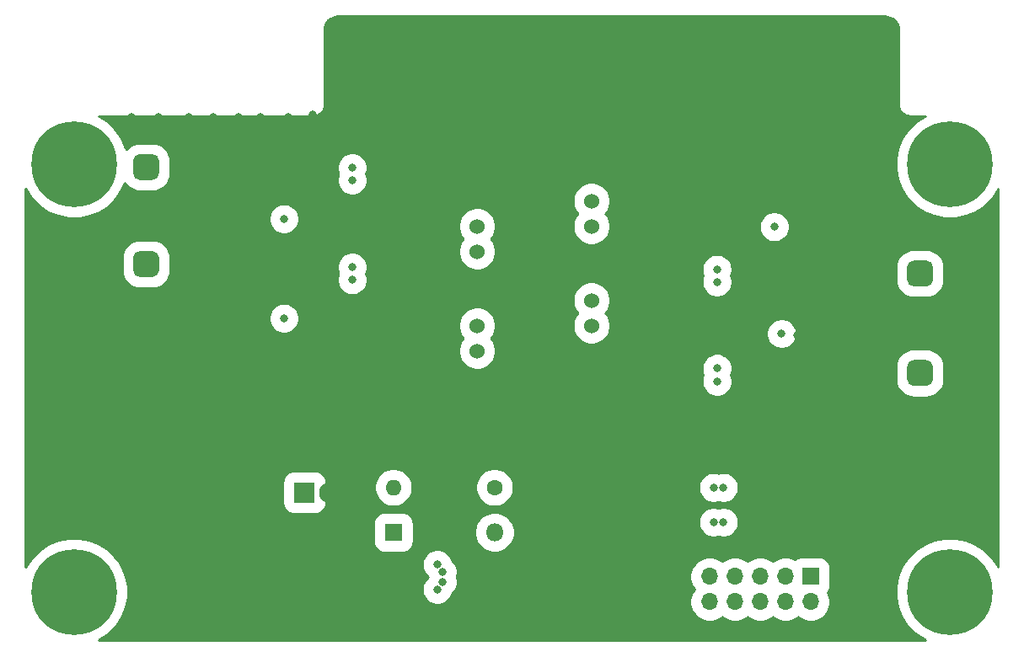
<source format=gbr>
G04 #@! TF.GenerationSoftware,KiCad,Pcbnew,5.1.6-c6e7f7d~87~ubuntu18.04.1*
G04 #@! TF.CreationDate,2021-01-06T14:43:31+00:00*
G04 #@! TF.ProjectId,multi-smtpa,6d756c74-692d-4736-9d74-70612e6b6963,rev?*
G04 #@! TF.SameCoordinates,Original*
G04 #@! TF.FileFunction,Copper,L2,Inr*
G04 #@! TF.FilePolarity,Positive*
%FSLAX46Y46*%
G04 Gerber Fmt 4.6, Leading zero omitted, Abs format (unit mm)*
G04 Created by KiCad (PCBNEW 5.1.6-c6e7f7d~87~ubuntu18.04.1) date 2021-01-06 14:43:31*
%MOMM*%
%LPD*%
G01*
G04 APERTURE LIST*
G04 #@! TA.AperFunction,ViaPad*
%ADD10C,1.524000*%
G04 #@! TD*
G04 #@! TA.AperFunction,ViaPad*
%ADD11O,1.700000X1.700000*%
G04 #@! TD*
G04 #@! TA.AperFunction,ViaPad*
%ADD12R,1.700000X1.700000*%
G04 #@! TD*
G04 #@! TA.AperFunction,ViaPad*
%ADD13O,1.600000X1.600000*%
G04 #@! TD*
G04 #@! TA.AperFunction,ViaPad*
%ADD14C,1.600000*%
G04 #@! TD*
G04 #@! TA.AperFunction,ViaPad*
%ADD15C,2.600000*%
G04 #@! TD*
G04 #@! TA.AperFunction,ViaPad*
%ADD16C,0.900000*%
G04 #@! TD*
G04 #@! TA.AperFunction,ViaPad*
%ADD17C,8.600000*%
G04 #@! TD*
G04 #@! TA.AperFunction,ViaPad*
%ADD18C,2.100000*%
G04 #@! TD*
G04 #@! TA.AperFunction,ViaPad*
%ADD19R,2.100000X2.100000*%
G04 #@! TD*
G04 #@! TA.AperFunction,ViaPad*
%ADD20O,1.800000X1.800000*%
G04 #@! TD*
G04 #@! TA.AperFunction,ViaPad*
%ADD21R,1.800000X1.800000*%
G04 #@! TD*
G04 #@! TA.AperFunction,ViaPad*
%ADD22C,0.800000*%
G04 #@! TD*
G04 #@! TA.AperFunction,Conductor*
%ADD23C,0.254000*%
G04 #@! TD*
G04 APERTURE END LIST*
D10*
X158000000Y-69710000D03*
X158000000Y-72250000D03*
X168000000Y-69710000D03*
X168000000Y-72250000D03*
X168000000Y-74790000D03*
X146500000Y-74790000D03*
X146500000Y-72250000D03*
X136500000Y-74790000D03*
X136500000Y-72250000D03*
X136500000Y-69710000D03*
X146500000Y-64790000D03*
X146500000Y-62250000D03*
X136500000Y-64790000D03*
X136500000Y-62250000D03*
X136500000Y-59710000D03*
X158000000Y-59710000D03*
X158000000Y-62250000D03*
X168000000Y-59710000D03*
X168000000Y-62250000D03*
X168000000Y-64790000D03*
D11*
X169840000Y-100000000D03*
X169840000Y-97460000D03*
X172380000Y-100000000D03*
X172380000Y-97460000D03*
X174920000Y-100000000D03*
X174920000Y-97460000D03*
X177460000Y-100000000D03*
X177460000Y-97460000D03*
X180000000Y-100000000D03*
D12*
X180000000Y-97460000D03*
D13*
X138090000Y-88500000D03*
D14*
X148250000Y-88500000D03*
G04 #@! TA.AperFunction,ViaPad*
G36*
G01*
X190350000Y-65700000D02*
X191650000Y-65700000D01*
G75*
G02*
X192300000Y-66350000I0J-650000D01*
G01*
X192300000Y-67650000D01*
G75*
G02*
X191650000Y-68300000I-650000J0D01*
G01*
X190350000Y-68300000D01*
G75*
G02*
X189700000Y-67650000I0J650000D01*
G01*
X189700000Y-66350000D01*
G75*
G02*
X190350000Y-65700000I650000J0D01*
G01*
G37*
G04 #@! TD.AperFunction*
D15*
X191000000Y-72080000D03*
G04 #@! TA.AperFunction,ViaPad*
G36*
G01*
X190350000Y-75700000D02*
X191650000Y-75700000D01*
G75*
G02*
X192300000Y-76350000I0J-650000D01*
G01*
X192300000Y-77650000D01*
G75*
G02*
X191650000Y-78300000I-650000J0D01*
G01*
X190350000Y-78300000D01*
G75*
G02*
X189700000Y-77650000I0J650000D01*
G01*
X189700000Y-76350000D01*
G75*
G02*
X190350000Y-75700000I650000J0D01*
G01*
G37*
G04 #@! TD.AperFunction*
X191000000Y-82080000D03*
G04 #@! TA.AperFunction,ViaPad*
G36*
G01*
X112600000Y-64750000D02*
X113900000Y-64750000D01*
G75*
G02*
X114550000Y-65400000I0J-650000D01*
G01*
X114550000Y-66700000D01*
G75*
G02*
X113900000Y-67350000I-650000J0D01*
G01*
X112600000Y-67350000D01*
G75*
G02*
X111950000Y-66700000I0J650000D01*
G01*
X111950000Y-65400000D01*
G75*
G02*
X112600000Y-64750000I650000J0D01*
G01*
G37*
G04 #@! TD.AperFunction*
X113250000Y-71130000D03*
G04 #@! TA.AperFunction,ViaPad*
G36*
G01*
X112600000Y-55000000D02*
X113900000Y-55000000D01*
G75*
G02*
X114550000Y-55650000I0J-650000D01*
G01*
X114550000Y-56950000D01*
G75*
G02*
X113900000Y-57600000I-650000J0D01*
G01*
X112600000Y-57600000D01*
G75*
G02*
X111950000Y-56950000I0J650000D01*
G01*
X111950000Y-55650000D01*
G75*
G02*
X112600000Y-55000000I650000J0D01*
G01*
G37*
G04 #@! TD.AperFunction*
X113250000Y-61380000D03*
D16*
X108280419Y-53719581D03*
X106000000Y-52775000D03*
X103719581Y-53719581D03*
X102775000Y-56000000D03*
X103719581Y-58280419D03*
X106000000Y-59225000D03*
X108280419Y-58280419D03*
X109225000Y-56000000D03*
D17*
X106000000Y-56000000D03*
D16*
X196280419Y-53719581D03*
X194000000Y-52775000D03*
X191719581Y-53719581D03*
X190775000Y-56000000D03*
X191719581Y-58280419D03*
X194000000Y-59225000D03*
X196280419Y-58280419D03*
X197225000Y-56000000D03*
D17*
X194000000Y-56000000D03*
D16*
X108280419Y-96719581D03*
X106000000Y-95775000D03*
X103719581Y-96719581D03*
X102775000Y-99000000D03*
X103719581Y-101280419D03*
X106000000Y-102225000D03*
X108280419Y-101280419D03*
X109225000Y-99000000D03*
D17*
X106000000Y-99000000D03*
D16*
X196280419Y-96719581D03*
X194000000Y-95775000D03*
X191719581Y-96719581D03*
X190775000Y-99000000D03*
X191719581Y-101280419D03*
X194000000Y-102225000D03*
X196280419Y-101280419D03*
X197225000Y-99000000D03*
D17*
X194000000Y-99000000D03*
D18*
X131690000Y-89000000D03*
D19*
X129150000Y-89000000D03*
D20*
X148250000Y-93000000D03*
D21*
X138090000Y-93000000D03*
D22*
X184750000Y-44750000D03*
X183500000Y-83000000D03*
X186000000Y-84000000D03*
X152500000Y-80500000D03*
X155250000Y-82750000D03*
X158000000Y-82250000D03*
X173500000Y-83000000D03*
X181000000Y-84000000D03*
X178500000Y-83000000D03*
X171000000Y-84000000D03*
X168500000Y-83000000D03*
X163500000Y-83000000D03*
X176000000Y-84000000D03*
X166000000Y-84000000D03*
X161000000Y-84000000D03*
X130500000Y-70300000D03*
X173700000Y-74250000D03*
X178700000Y-73200000D03*
X172950000Y-63500000D03*
X178700000Y-63200000D03*
X151000000Y-66750000D03*
X151000000Y-76750000D03*
X153500000Y-67750000D03*
X153500000Y-57750000D03*
X147500000Y-58500000D03*
X142000000Y-57500000D03*
X157000000Y-66000000D03*
X162500000Y-66750000D03*
X157000000Y-76000000D03*
X162500000Y-76750000D03*
X142000000Y-67500000D03*
X147500000Y-68500000D03*
X152500000Y-95000000D03*
X142750000Y-63000000D03*
X142750000Y-62000000D03*
X142750000Y-72000000D03*
X142750000Y-73000000D03*
X161750000Y-72300000D03*
X161750000Y-71300000D03*
X161750000Y-62500000D03*
X161750000Y-61500000D03*
X130500000Y-60300000D03*
X140150000Y-63600000D03*
X140150000Y-73600000D03*
X164350000Y-70700000D03*
X164350000Y-60900000D03*
X166750000Y-61000000D03*
X169250000Y-61000000D03*
X166750000Y-63500000D03*
X169250000Y-63500000D03*
X169250000Y-73500000D03*
X169250000Y-71000000D03*
X166750000Y-71000000D03*
X166750000Y-73500000D03*
X135250000Y-71000000D03*
X135250000Y-73500000D03*
X137750000Y-73500000D03*
X137750000Y-71000000D03*
X135250000Y-61000000D03*
X135250000Y-63500000D03*
X137750000Y-63500000D03*
X137750000Y-61000000D03*
X156500000Y-45750000D03*
X148000000Y-45750000D03*
X132647619Y-43485000D03*
X134647619Y-45485000D03*
X136647619Y-43485000D03*
X136647619Y-47485000D03*
X138647619Y-45485000D03*
X138647619Y-49485000D03*
X140647619Y-43485000D03*
X140647619Y-47485000D03*
X140647619Y-51485000D03*
X142647619Y-45485000D03*
X142647619Y-49485000D03*
X142647619Y-53485000D03*
X144647619Y-43485000D03*
X144647619Y-47485000D03*
X144647619Y-51485000D03*
X146647619Y-49485000D03*
X146647619Y-53485000D03*
X148647619Y-51485000D03*
X156647619Y-48485000D03*
X159647619Y-43485000D03*
X159647619Y-47485000D03*
X161000000Y-45485000D03*
X162647619Y-48485000D03*
X163647619Y-43485000D03*
X164647619Y-46485000D03*
X166647619Y-48485000D03*
X168647619Y-46485000D03*
X170647619Y-48485000D03*
X176000000Y-48000000D03*
X173647619Y-47485000D03*
X173000000Y-49000000D03*
X182647619Y-49485000D03*
X183647619Y-46485000D03*
X185647619Y-48485000D03*
X186647619Y-43485000D03*
X186000000Y-55000000D03*
X188000000Y-52000000D03*
X150000000Y-55000000D03*
X140000000Y-54000000D03*
X136000000Y-50000000D03*
X133000000Y-47000000D03*
X138000000Y-52000000D03*
X112500000Y-80000000D03*
X115000000Y-81000000D03*
X117500000Y-80000000D03*
X120000000Y-81000000D03*
X122500000Y-80000000D03*
X125000000Y-81000000D03*
X127500000Y-80000000D03*
X130000000Y-81000000D03*
X132500000Y-80000000D03*
X135000000Y-81000000D03*
X137500000Y-80000000D03*
X140000000Y-81000000D03*
X142500000Y-80000000D03*
X145000000Y-81000000D03*
X147500000Y-80000000D03*
X150000000Y-81250000D03*
X180500000Y-51500000D03*
X181500000Y-55000000D03*
X178250000Y-55000000D03*
X176750000Y-53500000D03*
X173500000Y-53750000D03*
X175250000Y-55250000D03*
X171750000Y-55000000D03*
X170500000Y-53750000D03*
X168250000Y-55000000D03*
X166250000Y-53750000D03*
X163250000Y-55000000D03*
X161750000Y-53750000D03*
X159750000Y-55000000D03*
X157750000Y-53750000D03*
X156750000Y-55000000D03*
X154250000Y-54750000D03*
X155000000Y-53500000D03*
X141750000Y-55000000D03*
X148500000Y-55250000D03*
X144750000Y-54500000D03*
X155250000Y-42750000D03*
X154750000Y-47500000D03*
X167250000Y-43500000D03*
X171750000Y-43750000D03*
X174750000Y-45000000D03*
X187750000Y-47250000D03*
X111750000Y-51250000D03*
X114500000Y-51250000D03*
X117500000Y-51250000D03*
X120000000Y-51250000D03*
X122500000Y-51250000D03*
X124750000Y-51250000D03*
X127500000Y-51250000D03*
X130000000Y-51000000D03*
X131500000Y-49500000D03*
X109250000Y-61500000D03*
X108750000Y-63500000D03*
X109250000Y-65500000D03*
X108750000Y-67500000D03*
X109250000Y-69250000D03*
X108750000Y-71000000D03*
X109250000Y-72750000D03*
X108750000Y-74750000D03*
X109500000Y-76750000D03*
X108750000Y-78750000D03*
X110500000Y-80000000D03*
X109000000Y-81250000D03*
X112000000Y-81500000D03*
X125000000Y-72500000D03*
X125000000Y-62500000D03*
X175500000Y-45500000D03*
X127100000Y-71500000D03*
X177100000Y-73050000D03*
X176350000Y-62300000D03*
X127100000Y-61500000D03*
X142500000Y-96250000D03*
X143000000Y-97000000D03*
X143000000Y-98000000D03*
X142500000Y-98750000D03*
X133955900Y-66371500D03*
X133955900Y-67641500D03*
X170594100Y-67838700D03*
X170594100Y-66568700D03*
X133955900Y-56363900D03*
X133955900Y-57621200D03*
X170606800Y-77846300D03*
X170606800Y-76550900D03*
X170250000Y-92000000D03*
X170250000Y-88500000D03*
X171250000Y-88500000D03*
X171250000Y-92000000D03*
D23*
G36*
X187760754Y-41183091D02*
G01*
X188011578Y-41258820D01*
X188242915Y-41381824D01*
X188445956Y-41547420D01*
X188612964Y-41749298D01*
X188737578Y-41979768D01*
X188815056Y-42230059D01*
X188848000Y-42543499D01*
X188848001Y-49943395D01*
X188842426Y-50000000D01*
X188864668Y-50225831D01*
X188930541Y-50442984D01*
X189037512Y-50643114D01*
X189181472Y-50818528D01*
X189356886Y-50962488D01*
X189557016Y-51069459D01*
X189774169Y-51135332D01*
X189943405Y-51152000D01*
X190000000Y-51157574D01*
X190056595Y-51152000D01*
X191522673Y-51152000D01*
X191429352Y-51190655D01*
X190540489Y-51784574D01*
X189784574Y-52540489D01*
X189190655Y-53429352D01*
X188781557Y-54417002D01*
X188573000Y-55465487D01*
X188573000Y-56534513D01*
X188781557Y-57582998D01*
X189190655Y-58570648D01*
X189784574Y-59459511D01*
X190540489Y-60215426D01*
X191429352Y-60809345D01*
X192417002Y-61218443D01*
X193465487Y-61427000D01*
X194534513Y-61427000D01*
X195582998Y-61218443D01*
X196570648Y-60809345D01*
X197459511Y-60215426D01*
X198215426Y-59459511D01*
X198809345Y-58570648D01*
X198848001Y-58477324D01*
X198848000Y-96522673D01*
X198809345Y-96429352D01*
X198215426Y-95540489D01*
X197459511Y-94784574D01*
X196570648Y-94190655D01*
X195582998Y-93781557D01*
X194534513Y-93573000D01*
X193465487Y-93573000D01*
X192417002Y-93781557D01*
X191429352Y-94190655D01*
X190540489Y-94784574D01*
X189784574Y-95540489D01*
X189190655Y-96429352D01*
X188781557Y-97417002D01*
X188573000Y-98465487D01*
X188573000Y-99534513D01*
X188781557Y-100582998D01*
X189190655Y-101570648D01*
X189784574Y-102459511D01*
X190540489Y-103215426D01*
X191429352Y-103809345D01*
X191522673Y-103848000D01*
X108477327Y-103848000D01*
X108570648Y-103809345D01*
X109459511Y-103215426D01*
X110215426Y-102459511D01*
X110809345Y-101570648D01*
X111218443Y-100582998D01*
X111427000Y-99534513D01*
X111427000Y-98465487D01*
X111218443Y-97417002D01*
X110809345Y-96429352D01*
X110589015Y-96099604D01*
X140973000Y-96099604D01*
X140973000Y-96400396D01*
X141031681Y-96695410D01*
X141146790Y-96973306D01*
X141313901Y-97223406D01*
X141526594Y-97436099D01*
X141530325Y-97438592D01*
X141531681Y-97445410D01*
X141554293Y-97500000D01*
X141531681Y-97554590D01*
X141530325Y-97561408D01*
X141526594Y-97563901D01*
X141313901Y-97776594D01*
X141146790Y-98026694D01*
X141031681Y-98304590D01*
X140973000Y-98599604D01*
X140973000Y-98900396D01*
X141031681Y-99195410D01*
X141146790Y-99473306D01*
X141313901Y-99723406D01*
X141526594Y-99936099D01*
X141776694Y-100103210D01*
X142054590Y-100218319D01*
X142349604Y-100277000D01*
X142650396Y-100277000D01*
X142945410Y-100218319D01*
X143223306Y-100103210D01*
X143473406Y-99936099D01*
X143686099Y-99723406D01*
X143853210Y-99473306D01*
X143968319Y-99195410D01*
X143969675Y-99188592D01*
X143973406Y-99186099D01*
X144186099Y-98973406D01*
X144353210Y-98723306D01*
X144468319Y-98445410D01*
X144527000Y-98150396D01*
X144527000Y-97849604D01*
X144468319Y-97554590D01*
X144445707Y-97500000D01*
X144468319Y-97445410D01*
X144504148Y-97265282D01*
X167863000Y-97265282D01*
X167863000Y-97654718D01*
X167938975Y-98036670D01*
X168088005Y-98396461D01*
X168304364Y-98720264D01*
X168314100Y-98730000D01*
X168304364Y-98739736D01*
X168088005Y-99063539D01*
X167938975Y-99423330D01*
X167863000Y-99805282D01*
X167863000Y-100194718D01*
X167938975Y-100576670D01*
X168088005Y-100936461D01*
X168304364Y-101260264D01*
X168579736Y-101535636D01*
X168903539Y-101751995D01*
X169263330Y-101901025D01*
X169645282Y-101977000D01*
X170034718Y-101977000D01*
X170416670Y-101901025D01*
X170776461Y-101751995D01*
X171100264Y-101535636D01*
X171110000Y-101525900D01*
X171119736Y-101535636D01*
X171443539Y-101751995D01*
X171803330Y-101901025D01*
X172185282Y-101977000D01*
X172574718Y-101977000D01*
X172956670Y-101901025D01*
X173316461Y-101751995D01*
X173640264Y-101535636D01*
X173650000Y-101525900D01*
X173659736Y-101535636D01*
X173983539Y-101751995D01*
X174343330Y-101901025D01*
X174725282Y-101977000D01*
X175114718Y-101977000D01*
X175496670Y-101901025D01*
X175856461Y-101751995D01*
X176180264Y-101535636D01*
X176190000Y-101525900D01*
X176199736Y-101535636D01*
X176523539Y-101751995D01*
X176883330Y-101901025D01*
X177265282Y-101977000D01*
X177654718Y-101977000D01*
X178036670Y-101901025D01*
X178396461Y-101751995D01*
X178720264Y-101535636D01*
X178730000Y-101525900D01*
X178739736Y-101535636D01*
X179063539Y-101751995D01*
X179423330Y-101901025D01*
X179805282Y-101977000D01*
X180194718Y-101977000D01*
X180576670Y-101901025D01*
X180936461Y-101751995D01*
X181260264Y-101535636D01*
X181535636Y-101260264D01*
X181751995Y-100936461D01*
X181901025Y-100576670D01*
X181977000Y-100194718D01*
X181977000Y-99805282D01*
X181901025Y-99423330D01*
X181751995Y-99063539D01*
X181723958Y-99021579D01*
X181791600Y-98939157D01*
X181896250Y-98743371D01*
X181960693Y-98530931D01*
X181982453Y-98310000D01*
X181982453Y-96610000D01*
X181960693Y-96389069D01*
X181896250Y-96176629D01*
X181791600Y-95980843D01*
X181650765Y-95809235D01*
X181479157Y-95668400D01*
X181283371Y-95563750D01*
X181070931Y-95499307D01*
X180850000Y-95477547D01*
X179150000Y-95477547D01*
X178929069Y-95499307D01*
X178716629Y-95563750D01*
X178520843Y-95668400D01*
X178438421Y-95736042D01*
X178396461Y-95708005D01*
X178036670Y-95558975D01*
X177654718Y-95483000D01*
X177265282Y-95483000D01*
X176883330Y-95558975D01*
X176523539Y-95708005D01*
X176199736Y-95924364D01*
X176190000Y-95934100D01*
X176180264Y-95924364D01*
X175856461Y-95708005D01*
X175496670Y-95558975D01*
X175114718Y-95483000D01*
X174725282Y-95483000D01*
X174343330Y-95558975D01*
X173983539Y-95708005D01*
X173659736Y-95924364D01*
X173650000Y-95934100D01*
X173640264Y-95924364D01*
X173316461Y-95708005D01*
X172956670Y-95558975D01*
X172574718Y-95483000D01*
X172185282Y-95483000D01*
X171803330Y-95558975D01*
X171443539Y-95708005D01*
X171119736Y-95924364D01*
X171110000Y-95934100D01*
X171100264Y-95924364D01*
X170776461Y-95708005D01*
X170416670Y-95558975D01*
X170034718Y-95483000D01*
X169645282Y-95483000D01*
X169263330Y-95558975D01*
X168903539Y-95708005D01*
X168579736Y-95924364D01*
X168304364Y-96199736D01*
X168088005Y-96523539D01*
X167938975Y-96883330D01*
X167863000Y-97265282D01*
X144504148Y-97265282D01*
X144527000Y-97150396D01*
X144527000Y-96849604D01*
X144468319Y-96554590D01*
X144353210Y-96276694D01*
X144186099Y-96026594D01*
X143973406Y-95813901D01*
X143969675Y-95811408D01*
X143968319Y-95804590D01*
X143853210Y-95526694D01*
X143686099Y-95276594D01*
X143473406Y-95063901D01*
X143223306Y-94896790D01*
X142945410Y-94781681D01*
X142650396Y-94723000D01*
X142349604Y-94723000D01*
X142054590Y-94781681D01*
X141776694Y-94896790D01*
X141526594Y-95063901D01*
X141313901Y-95276594D01*
X141146790Y-95526694D01*
X141031681Y-95804590D01*
X140973000Y-96099604D01*
X110589015Y-96099604D01*
X110215426Y-95540489D01*
X109459511Y-94784574D01*
X108570648Y-94190655D01*
X107582998Y-93781557D01*
X106534513Y-93573000D01*
X105465487Y-93573000D01*
X104417002Y-93781557D01*
X103429352Y-94190655D01*
X102540489Y-94784574D01*
X101784574Y-95540489D01*
X101190655Y-96429352D01*
X101152000Y-96522673D01*
X101152000Y-92100000D01*
X136057547Y-92100000D01*
X136057547Y-93900000D01*
X136079307Y-94120931D01*
X136143750Y-94333371D01*
X136248400Y-94529157D01*
X136389235Y-94700765D01*
X136560843Y-94841600D01*
X136756629Y-94946250D01*
X136969069Y-95010693D01*
X137190000Y-95032453D01*
X138990000Y-95032453D01*
X139210931Y-95010693D01*
X139423371Y-94946250D01*
X139619157Y-94841600D01*
X139790765Y-94700765D01*
X139931600Y-94529157D01*
X140036250Y-94333371D01*
X140100693Y-94120931D01*
X140122453Y-93900000D01*
X140122453Y-92800358D01*
X146223000Y-92800358D01*
X146223000Y-93199642D01*
X146300896Y-93591254D01*
X146453696Y-93960145D01*
X146675526Y-94292137D01*
X146957863Y-94574474D01*
X147289855Y-94796304D01*
X147658746Y-94949104D01*
X148050358Y-95027000D01*
X148449642Y-95027000D01*
X148841254Y-94949104D01*
X149210145Y-94796304D01*
X149542137Y-94574474D01*
X149824474Y-94292137D01*
X150046304Y-93960145D01*
X150199104Y-93591254D01*
X150277000Y-93199642D01*
X150277000Y-92800358D01*
X150199104Y-92408746D01*
X150046304Y-92039855D01*
X149919183Y-91849604D01*
X168723000Y-91849604D01*
X168723000Y-92150396D01*
X168781681Y-92445410D01*
X168896790Y-92723306D01*
X169063901Y-92973406D01*
X169276594Y-93186099D01*
X169526694Y-93353210D01*
X169804590Y-93468319D01*
X170099604Y-93527000D01*
X170400396Y-93527000D01*
X170695410Y-93468319D01*
X170750000Y-93445707D01*
X170804590Y-93468319D01*
X171099604Y-93527000D01*
X171400396Y-93527000D01*
X171695410Y-93468319D01*
X171973306Y-93353210D01*
X172223406Y-93186099D01*
X172436099Y-92973406D01*
X172603210Y-92723306D01*
X172718319Y-92445410D01*
X172777000Y-92150396D01*
X172777000Y-91849604D01*
X172718319Y-91554590D01*
X172603210Y-91276694D01*
X172436099Y-91026594D01*
X172223406Y-90813901D01*
X171973306Y-90646790D01*
X171695410Y-90531681D01*
X171400396Y-90473000D01*
X171099604Y-90473000D01*
X170804590Y-90531681D01*
X170750000Y-90554293D01*
X170695410Y-90531681D01*
X170400396Y-90473000D01*
X170099604Y-90473000D01*
X169804590Y-90531681D01*
X169526694Y-90646790D01*
X169276594Y-90813901D01*
X169063901Y-91026594D01*
X168896790Y-91276694D01*
X168781681Y-91554590D01*
X168723000Y-91849604D01*
X149919183Y-91849604D01*
X149824474Y-91707863D01*
X149542137Y-91425526D01*
X149210145Y-91203696D01*
X148841254Y-91050896D01*
X148449642Y-90973000D01*
X148050358Y-90973000D01*
X147658746Y-91050896D01*
X147289855Y-91203696D01*
X146957863Y-91425526D01*
X146675526Y-91707863D01*
X146453696Y-92039855D01*
X146300896Y-92408746D01*
X146223000Y-92800358D01*
X140122453Y-92800358D01*
X140122453Y-92100000D01*
X140100693Y-91879069D01*
X140036250Y-91666629D01*
X139931600Y-91470843D01*
X139790765Y-91299235D01*
X139619157Y-91158400D01*
X139423371Y-91053750D01*
X139210931Y-90989307D01*
X138990000Y-90967547D01*
X137190000Y-90967547D01*
X136969069Y-90989307D01*
X136756629Y-91053750D01*
X136560843Y-91158400D01*
X136389235Y-91299235D01*
X136248400Y-91470843D01*
X136143750Y-91666629D01*
X136079307Y-91879069D01*
X136057547Y-92100000D01*
X101152000Y-92100000D01*
X101152000Y-87950000D01*
X126967547Y-87950000D01*
X126967547Y-90050000D01*
X126989307Y-90270931D01*
X127053750Y-90483371D01*
X127158400Y-90679157D01*
X127299235Y-90850765D01*
X127470843Y-90991600D01*
X127666629Y-91096250D01*
X127879069Y-91160693D01*
X128100000Y-91182453D01*
X130200000Y-91182453D01*
X130420931Y-91160693D01*
X130633371Y-91096250D01*
X130829157Y-90991600D01*
X131000765Y-90850765D01*
X131141600Y-90679157D01*
X131246250Y-90483371D01*
X131310693Y-90270931D01*
X131332453Y-90050000D01*
X131332453Y-88310207D01*
X136163000Y-88310207D01*
X136163000Y-88689793D01*
X136237053Y-89062085D01*
X136382315Y-89412777D01*
X136593201Y-89728391D01*
X136861609Y-89996799D01*
X137177223Y-90207685D01*
X137527915Y-90352947D01*
X137900207Y-90427000D01*
X138279793Y-90427000D01*
X138652085Y-90352947D01*
X139002777Y-90207685D01*
X139318391Y-89996799D01*
X139586799Y-89728391D01*
X139797685Y-89412777D01*
X139942947Y-89062085D01*
X140017000Y-88689793D01*
X140017000Y-88310207D01*
X146323000Y-88310207D01*
X146323000Y-88689793D01*
X146397053Y-89062085D01*
X146542315Y-89412777D01*
X146753201Y-89728391D01*
X147021609Y-89996799D01*
X147337223Y-90207685D01*
X147687915Y-90352947D01*
X148060207Y-90427000D01*
X148439793Y-90427000D01*
X148812085Y-90352947D01*
X149162777Y-90207685D01*
X149478391Y-89996799D01*
X149746799Y-89728391D01*
X149957685Y-89412777D01*
X150102947Y-89062085D01*
X150177000Y-88689793D01*
X150177000Y-88349604D01*
X168723000Y-88349604D01*
X168723000Y-88650396D01*
X168781681Y-88945410D01*
X168896790Y-89223306D01*
X169063901Y-89473406D01*
X169276594Y-89686099D01*
X169526694Y-89853210D01*
X169804590Y-89968319D01*
X170099604Y-90027000D01*
X170400396Y-90027000D01*
X170695410Y-89968319D01*
X170750000Y-89945707D01*
X170804590Y-89968319D01*
X171099604Y-90027000D01*
X171400396Y-90027000D01*
X171695410Y-89968319D01*
X171973306Y-89853210D01*
X172223406Y-89686099D01*
X172436099Y-89473406D01*
X172603210Y-89223306D01*
X172718319Y-88945410D01*
X172777000Y-88650396D01*
X172777000Y-88349604D01*
X172718319Y-88054590D01*
X172603210Y-87776694D01*
X172436099Y-87526594D01*
X172223406Y-87313901D01*
X171973306Y-87146790D01*
X171695410Y-87031681D01*
X171400396Y-86973000D01*
X171099604Y-86973000D01*
X170804590Y-87031681D01*
X170750000Y-87054293D01*
X170695410Y-87031681D01*
X170400396Y-86973000D01*
X170099604Y-86973000D01*
X169804590Y-87031681D01*
X169526694Y-87146790D01*
X169276594Y-87313901D01*
X169063901Y-87526594D01*
X168896790Y-87776694D01*
X168781681Y-88054590D01*
X168723000Y-88349604D01*
X150177000Y-88349604D01*
X150177000Y-88310207D01*
X150102947Y-87937915D01*
X149957685Y-87587223D01*
X149746799Y-87271609D01*
X149478391Y-87003201D01*
X149162777Y-86792315D01*
X148812085Y-86647053D01*
X148439793Y-86573000D01*
X148060207Y-86573000D01*
X147687915Y-86647053D01*
X147337223Y-86792315D01*
X147021609Y-87003201D01*
X146753201Y-87271609D01*
X146542315Y-87587223D01*
X146397053Y-87937915D01*
X146323000Y-88310207D01*
X140017000Y-88310207D01*
X139942947Y-87937915D01*
X139797685Y-87587223D01*
X139586799Y-87271609D01*
X139318391Y-87003201D01*
X139002777Y-86792315D01*
X138652085Y-86647053D01*
X138279793Y-86573000D01*
X137900207Y-86573000D01*
X137527915Y-86647053D01*
X137177223Y-86792315D01*
X136861609Y-87003201D01*
X136593201Y-87271609D01*
X136382315Y-87587223D01*
X136237053Y-87937915D01*
X136163000Y-88310207D01*
X131332453Y-88310207D01*
X131332453Y-87950000D01*
X131310693Y-87729069D01*
X131246250Y-87516629D01*
X131141600Y-87320843D01*
X131000765Y-87149235D01*
X130829157Y-87008400D01*
X130633371Y-86903750D01*
X130420931Y-86839307D01*
X130200000Y-86817547D01*
X128100000Y-86817547D01*
X127879069Y-86839307D01*
X127666629Y-86903750D01*
X127470843Y-87008400D01*
X127299235Y-87149235D01*
X127158400Y-87320843D01*
X127053750Y-87516629D01*
X126989307Y-87729069D01*
X126967547Y-87950000D01*
X101152000Y-87950000D01*
X101152000Y-71349604D01*
X125573000Y-71349604D01*
X125573000Y-71650396D01*
X125631681Y-71945410D01*
X125746790Y-72223306D01*
X125913901Y-72473406D01*
X126126594Y-72686099D01*
X126376694Y-72853210D01*
X126654590Y-72968319D01*
X126949604Y-73027000D01*
X127250396Y-73027000D01*
X127545410Y-72968319D01*
X127823306Y-72853210D01*
X128073406Y-72686099D01*
X128286099Y-72473406D01*
X128453210Y-72223306D01*
X128519217Y-72063950D01*
X144611000Y-72063950D01*
X144611000Y-72436050D01*
X144683593Y-72801001D01*
X144825990Y-73144777D01*
X145032718Y-73454167D01*
X145098551Y-73520000D01*
X145032718Y-73585833D01*
X144825990Y-73895223D01*
X144683593Y-74238999D01*
X144611000Y-74603950D01*
X144611000Y-74976050D01*
X144683593Y-75341001D01*
X144825990Y-75684777D01*
X145032718Y-75994167D01*
X145295833Y-76257282D01*
X145605223Y-76464010D01*
X145948999Y-76606407D01*
X146313950Y-76679000D01*
X146686050Y-76679000D01*
X147051001Y-76606407D01*
X147394777Y-76464010D01*
X147489820Y-76400504D01*
X169079800Y-76400504D01*
X169079800Y-76701296D01*
X169138481Y-76996310D01*
X169222273Y-77198600D01*
X169138481Y-77400890D01*
X169079800Y-77695904D01*
X169079800Y-77996696D01*
X169138481Y-78291710D01*
X169253590Y-78569606D01*
X169420701Y-78819706D01*
X169633394Y-79032399D01*
X169883494Y-79199510D01*
X170161390Y-79314619D01*
X170456404Y-79373300D01*
X170757196Y-79373300D01*
X171052210Y-79314619D01*
X171330106Y-79199510D01*
X171580206Y-79032399D01*
X171792899Y-78819706D01*
X171960010Y-78569606D01*
X172075119Y-78291710D01*
X172133800Y-77996696D01*
X172133800Y-77695904D01*
X172075119Y-77400890D01*
X171991327Y-77198600D01*
X172075119Y-76996310D01*
X172133800Y-76701296D01*
X172133800Y-76400504D01*
X172123755Y-76350000D01*
X188567547Y-76350000D01*
X188567547Y-77650000D01*
X188601796Y-77997739D01*
X188703228Y-78332115D01*
X188867944Y-78640278D01*
X189089615Y-78910385D01*
X189359722Y-79132056D01*
X189667885Y-79296772D01*
X190002261Y-79398204D01*
X190350000Y-79432453D01*
X191650000Y-79432453D01*
X191997739Y-79398204D01*
X192332115Y-79296772D01*
X192640278Y-79132056D01*
X192910385Y-78910385D01*
X193132056Y-78640278D01*
X193296772Y-78332115D01*
X193398204Y-77997739D01*
X193432453Y-77650000D01*
X193432453Y-76350000D01*
X193398204Y-76002261D01*
X193296772Y-75667885D01*
X193132056Y-75359722D01*
X192910385Y-75089615D01*
X192640278Y-74867944D01*
X192332115Y-74703228D01*
X191997739Y-74601796D01*
X191650000Y-74567547D01*
X190350000Y-74567547D01*
X190002261Y-74601796D01*
X189667885Y-74703228D01*
X189359722Y-74867944D01*
X189089615Y-75089615D01*
X188867944Y-75359722D01*
X188703228Y-75667885D01*
X188601796Y-76002261D01*
X188567547Y-76350000D01*
X172123755Y-76350000D01*
X172075119Y-76105490D01*
X171960010Y-75827594D01*
X171792899Y-75577494D01*
X171580206Y-75364801D01*
X171330106Y-75197690D01*
X171052210Y-75082581D01*
X170757196Y-75023900D01*
X170456404Y-75023900D01*
X170161390Y-75082581D01*
X169883494Y-75197690D01*
X169633394Y-75364801D01*
X169420701Y-75577494D01*
X169253590Y-75827594D01*
X169138481Y-76105490D01*
X169079800Y-76400504D01*
X147489820Y-76400504D01*
X147704167Y-76257282D01*
X147967282Y-75994167D01*
X148174010Y-75684777D01*
X148316407Y-75341001D01*
X148389000Y-74976050D01*
X148389000Y-74603950D01*
X148316407Y-74238999D01*
X148174010Y-73895223D01*
X147967282Y-73585833D01*
X147901449Y-73520000D01*
X147967282Y-73454167D01*
X148174010Y-73144777D01*
X148316407Y-72801001D01*
X148389000Y-72436050D01*
X148389000Y-72063950D01*
X148316407Y-71698999D01*
X148174010Y-71355223D01*
X147967282Y-71045833D01*
X147704167Y-70782718D01*
X147394777Y-70575990D01*
X147051001Y-70433593D01*
X146686050Y-70361000D01*
X146313950Y-70361000D01*
X145948999Y-70433593D01*
X145605223Y-70575990D01*
X145295833Y-70782718D01*
X145032718Y-71045833D01*
X144825990Y-71355223D01*
X144683593Y-71698999D01*
X144611000Y-72063950D01*
X128519217Y-72063950D01*
X128568319Y-71945410D01*
X128627000Y-71650396D01*
X128627000Y-71349604D01*
X128568319Y-71054590D01*
X128453210Y-70776694D01*
X128286099Y-70526594D01*
X128073406Y-70313901D01*
X127823306Y-70146790D01*
X127545410Y-70031681D01*
X127250396Y-69973000D01*
X126949604Y-69973000D01*
X126654590Y-70031681D01*
X126376694Y-70146790D01*
X126126594Y-70313901D01*
X125913901Y-70526594D01*
X125746790Y-70776694D01*
X125631681Y-71054590D01*
X125573000Y-71349604D01*
X101152000Y-71349604D01*
X101152000Y-69523950D01*
X156111000Y-69523950D01*
X156111000Y-69896050D01*
X156183593Y-70261001D01*
X156325990Y-70604777D01*
X156532718Y-70914167D01*
X156598551Y-70980000D01*
X156532718Y-71045833D01*
X156325990Y-71355223D01*
X156183593Y-71698999D01*
X156111000Y-72063950D01*
X156111000Y-72436050D01*
X156183593Y-72801001D01*
X156325990Y-73144777D01*
X156532718Y-73454167D01*
X156795833Y-73717282D01*
X157105223Y-73924010D01*
X157448999Y-74066407D01*
X157813950Y-74139000D01*
X158186050Y-74139000D01*
X158551001Y-74066407D01*
X158894777Y-73924010D01*
X159204167Y-73717282D01*
X159467282Y-73454167D01*
X159674010Y-73144777D01*
X159775564Y-72899604D01*
X175573000Y-72899604D01*
X175573000Y-73200396D01*
X175631681Y-73495410D01*
X175746790Y-73773306D01*
X175913901Y-74023406D01*
X176126594Y-74236099D01*
X176376694Y-74403210D01*
X176654590Y-74518319D01*
X176949604Y-74577000D01*
X177250396Y-74577000D01*
X177545410Y-74518319D01*
X177823306Y-74403210D01*
X178073406Y-74236099D01*
X178286099Y-74023406D01*
X178453210Y-73773306D01*
X178568319Y-73495410D01*
X178627000Y-73200396D01*
X178627000Y-72899604D01*
X178568319Y-72604590D01*
X178453210Y-72326694D01*
X178286099Y-72076594D01*
X178073406Y-71863901D01*
X177823306Y-71696790D01*
X177545410Y-71581681D01*
X177250396Y-71523000D01*
X176949604Y-71523000D01*
X176654590Y-71581681D01*
X176376694Y-71696790D01*
X176126594Y-71863901D01*
X175913901Y-72076594D01*
X175746790Y-72326694D01*
X175631681Y-72604590D01*
X175573000Y-72899604D01*
X159775564Y-72899604D01*
X159816407Y-72801001D01*
X159889000Y-72436050D01*
X159889000Y-72063950D01*
X159816407Y-71698999D01*
X159674010Y-71355223D01*
X159467282Y-71045833D01*
X159401449Y-70980000D01*
X159467282Y-70914167D01*
X159674010Y-70604777D01*
X159816407Y-70261001D01*
X159889000Y-69896050D01*
X159889000Y-69523950D01*
X159816407Y-69158999D01*
X159674010Y-68815223D01*
X159467282Y-68505833D01*
X159204167Y-68242718D01*
X158894777Y-68035990D01*
X158551001Y-67893593D01*
X158186050Y-67821000D01*
X157813950Y-67821000D01*
X157448999Y-67893593D01*
X157105223Y-68035990D01*
X156795833Y-68242718D01*
X156532718Y-68505833D01*
X156325990Y-68815223D01*
X156183593Y-69158999D01*
X156111000Y-69523950D01*
X101152000Y-69523950D01*
X101152000Y-65400000D01*
X110817547Y-65400000D01*
X110817547Y-66700000D01*
X110851796Y-67047739D01*
X110953228Y-67382115D01*
X111117944Y-67690278D01*
X111339615Y-67960385D01*
X111609722Y-68182056D01*
X111917885Y-68346772D01*
X112252261Y-68448204D01*
X112600000Y-68482453D01*
X113900000Y-68482453D01*
X114247739Y-68448204D01*
X114582115Y-68346772D01*
X114890278Y-68182056D01*
X115160385Y-67960385D01*
X115382056Y-67690278D01*
X115546772Y-67382115D01*
X115648204Y-67047739D01*
X115682453Y-66700000D01*
X115682453Y-66221104D01*
X132428900Y-66221104D01*
X132428900Y-66521896D01*
X132487581Y-66816910D01*
X132566112Y-67006500D01*
X132487581Y-67196090D01*
X132428900Y-67491104D01*
X132428900Y-67791896D01*
X132487581Y-68086910D01*
X132602690Y-68364806D01*
X132769801Y-68614906D01*
X132982494Y-68827599D01*
X133232594Y-68994710D01*
X133510490Y-69109819D01*
X133805504Y-69168500D01*
X134106296Y-69168500D01*
X134401310Y-69109819D01*
X134679206Y-68994710D01*
X134929306Y-68827599D01*
X135141999Y-68614906D01*
X135309110Y-68364806D01*
X135424219Y-68086910D01*
X135482900Y-67791896D01*
X135482900Y-67491104D01*
X135424219Y-67196090D01*
X135345688Y-67006500D01*
X135424219Y-66816910D01*
X135482900Y-66521896D01*
X135482900Y-66221104D01*
X135424219Y-65926090D01*
X135309110Y-65648194D01*
X135141999Y-65398094D01*
X134929306Y-65185401D01*
X134679206Y-65018290D01*
X134401310Y-64903181D01*
X134106296Y-64844500D01*
X133805504Y-64844500D01*
X133510490Y-64903181D01*
X133232594Y-65018290D01*
X132982494Y-65185401D01*
X132769801Y-65398094D01*
X132602690Y-65648194D01*
X132487581Y-65926090D01*
X132428900Y-66221104D01*
X115682453Y-66221104D01*
X115682453Y-65400000D01*
X115648204Y-65052261D01*
X115546772Y-64717885D01*
X115382056Y-64409722D01*
X115160385Y-64139615D01*
X114890278Y-63917944D01*
X114582115Y-63753228D01*
X114247739Y-63651796D01*
X113900000Y-63617547D01*
X112600000Y-63617547D01*
X112252261Y-63651796D01*
X111917885Y-63753228D01*
X111609722Y-63917944D01*
X111339615Y-64139615D01*
X111117944Y-64409722D01*
X110953228Y-64717885D01*
X110851796Y-65052261D01*
X110817547Y-65400000D01*
X101152000Y-65400000D01*
X101152000Y-58477327D01*
X101190655Y-58570648D01*
X101784574Y-59459511D01*
X102540489Y-60215426D01*
X103429352Y-60809345D01*
X104417002Y-61218443D01*
X105465487Y-61427000D01*
X106534513Y-61427000D01*
X106923608Y-61349604D01*
X125573000Y-61349604D01*
X125573000Y-61650396D01*
X125631681Y-61945410D01*
X125746790Y-62223306D01*
X125913901Y-62473406D01*
X126126594Y-62686099D01*
X126376694Y-62853210D01*
X126654590Y-62968319D01*
X126949604Y-63027000D01*
X127250396Y-63027000D01*
X127545410Y-62968319D01*
X127823306Y-62853210D01*
X128073406Y-62686099D01*
X128286099Y-62473406D01*
X128453210Y-62223306D01*
X128519217Y-62063950D01*
X144611000Y-62063950D01*
X144611000Y-62436050D01*
X144683593Y-62801001D01*
X144825990Y-63144777D01*
X145032718Y-63454167D01*
X145098551Y-63520000D01*
X145032718Y-63585833D01*
X144825990Y-63895223D01*
X144683593Y-64238999D01*
X144611000Y-64603950D01*
X144611000Y-64976050D01*
X144683593Y-65341001D01*
X144825990Y-65684777D01*
X145032718Y-65994167D01*
X145295833Y-66257282D01*
X145605223Y-66464010D01*
X145948999Y-66606407D01*
X146313950Y-66679000D01*
X146686050Y-66679000D01*
X147051001Y-66606407D01*
X147394777Y-66464010D01*
X147463180Y-66418304D01*
X169067100Y-66418304D01*
X169067100Y-66719096D01*
X169125781Y-67014110D01*
X169204312Y-67203700D01*
X169125781Y-67393290D01*
X169067100Y-67688304D01*
X169067100Y-67989096D01*
X169125781Y-68284110D01*
X169240890Y-68562006D01*
X169408001Y-68812106D01*
X169620694Y-69024799D01*
X169870794Y-69191910D01*
X170148690Y-69307019D01*
X170443704Y-69365700D01*
X170744496Y-69365700D01*
X171039510Y-69307019D01*
X171317406Y-69191910D01*
X171567506Y-69024799D01*
X171780199Y-68812106D01*
X171947310Y-68562006D01*
X172062419Y-68284110D01*
X172121100Y-67989096D01*
X172121100Y-67688304D01*
X172062419Y-67393290D01*
X171983888Y-67203700D01*
X172062419Y-67014110D01*
X172121100Y-66719096D01*
X172121100Y-66418304D01*
X172107514Y-66350000D01*
X188567547Y-66350000D01*
X188567547Y-67650000D01*
X188601796Y-67997739D01*
X188703228Y-68332115D01*
X188867944Y-68640278D01*
X189089615Y-68910385D01*
X189359722Y-69132056D01*
X189667885Y-69296772D01*
X190002261Y-69398204D01*
X190350000Y-69432453D01*
X191650000Y-69432453D01*
X191997739Y-69398204D01*
X192332115Y-69296772D01*
X192640278Y-69132056D01*
X192910385Y-68910385D01*
X193132056Y-68640278D01*
X193296772Y-68332115D01*
X193398204Y-67997739D01*
X193432453Y-67650000D01*
X193432453Y-66350000D01*
X193398204Y-66002261D01*
X193296772Y-65667885D01*
X193132056Y-65359722D01*
X192910385Y-65089615D01*
X192640278Y-64867944D01*
X192332115Y-64703228D01*
X191997739Y-64601796D01*
X191650000Y-64567547D01*
X190350000Y-64567547D01*
X190002261Y-64601796D01*
X189667885Y-64703228D01*
X189359722Y-64867944D01*
X189089615Y-65089615D01*
X188867944Y-65359722D01*
X188703228Y-65667885D01*
X188601796Y-66002261D01*
X188567547Y-66350000D01*
X172107514Y-66350000D01*
X172062419Y-66123290D01*
X171947310Y-65845394D01*
X171780199Y-65595294D01*
X171567506Y-65382601D01*
X171317406Y-65215490D01*
X171039510Y-65100381D01*
X170744496Y-65041700D01*
X170443704Y-65041700D01*
X170148690Y-65100381D01*
X169870794Y-65215490D01*
X169620694Y-65382601D01*
X169408001Y-65595294D01*
X169240890Y-65845394D01*
X169125781Y-66123290D01*
X169067100Y-66418304D01*
X147463180Y-66418304D01*
X147704167Y-66257282D01*
X147967282Y-65994167D01*
X148174010Y-65684777D01*
X148316407Y-65341001D01*
X148389000Y-64976050D01*
X148389000Y-64603950D01*
X148316407Y-64238999D01*
X148174010Y-63895223D01*
X147967282Y-63585833D01*
X147901449Y-63520000D01*
X147967282Y-63454167D01*
X148174010Y-63144777D01*
X148316407Y-62801001D01*
X148389000Y-62436050D01*
X148389000Y-62063950D01*
X148316407Y-61698999D01*
X148174010Y-61355223D01*
X147967282Y-61045833D01*
X147704167Y-60782718D01*
X147394777Y-60575990D01*
X147051001Y-60433593D01*
X146686050Y-60361000D01*
X146313950Y-60361000D01*
X145948999Y-60433593D01*
X145605223Y-60575990D01*
X145295833Y-60782718D01*
X145032718Y-61045833D01*
X144825990Y-61355223D01*
X144683593Y-61698999D01*
X144611000Y-62063950D01*
X128519217Y-62063950D01*
X128568319Y-61945410D01*
X128627000Y-61650396D01*
X128627000Y-61349604D01*
X128568319Y-61054590D01*
X128453210Y-60776694D01*
X128286099Y-60526594D01*
X128073406Y-60313901D01*
X127823306Y-60146790D01*
X127545410Y-60031681D01*
X127250396Y-59973000D01*
X126949604Y-59973000D01*
X126654590Y-60031681D01*
X126376694Y-60146790D01*
X126126594Y-60313901D01*
X125913901Y-60526594D01*
X125746790Y-60776694D01*
X125631681Y-61054590D01*
X125573000Y-61349604D01*
X106923608Y-61349604D01*
X107582998Y-61218443D01*
X108570648Y-60809345D01*
X109459511Y-60215426D01*
X110150987Y-59523950D01*
X156111000Y-59523950D01*
X156111000Y-59896050D01*
X156183593Y-60261001D01*
X156325990Y-60604777D01*
X156532718Y-60914167D01*
X156598551Y-60980000D01*
X156532718Y-61045833D01*
X156325990Y-61355223D01*
X156183593Y-61698999D01*
X156111000Y-62063950D01*
X156111000Y-62436050D01*
X156183593Y-62801001D01*
X156325990Y-63144777D01*
X156532718Y-63454167D01*
X156795833Y-63717282D01*
X157105223Y-63924010D01*
X157448999Y-64066407D01*
X157813950Y-64139000D01*
X158186050Y-64139000D01*
X158551001Y-64066407D01*
X158894777Y-63924010D01*
X159204167Y-63717282D01*
X159467282Y-63454167D01*
X159674010Y-63144777D01*
X159816407Y-62801001D01*
X159889000Y-62436050D01*
X159889000Y-62149604D01*
X174823000Y-62149604D01*
X174823000Y-62450396D01*
X174881681Y-62745410D01*
X174996790Y-63023306D01*
X175163901Y-63273406D01*
X175376594Y-63486099D01*
X175626694Y-63653210D01*
X175904590Y-63768319D01*
X176199604Y-63827000D01*
X176500396Y-63827000D01*
X176795410Y-63768319D01*
X177073306Y-63653210D01*
X177323406Y-63486099D01*
X177536099Y-63273406D01*
X177703210Y-63023306D01*
X177818319Y-62745410D01*
X177877000Y-62450396D01*
X177877000Y-62149604D01*
X177818319Y-61854590D01*
X177703210Y-61576694D01*
X177536099Y-61326594D01*
X177323406Y-61113901D01*
X177073306Y-60946790D01*
X176795410Y-60831681D01*
X176500396Y-60773000D01*
X176199604Y-60773000D01*
X175904590Y-60831681D01*
X175626694Y-60946790D01*
X175376594Y-61113901D01*
X175163901Y-61326594D01*
X174996790Y-61576694D01*
X174881681Y-61854590D01*
X174823000Y-62149604D01*
X159889000Y-62149604D01*
X159889000Y-62063950D01*
X159816407Y-61698999D01*
X159674010Y-61355223D01*
X159467282Y-61045833D01*
X159401449Y-60980000D01*
X159467282Y-60914167D01*
X159674010Y-60604777D01*
X159816407Y-60261001D01*
X159889000Y-59896050D01*
X159889000Y-59523950D01*
X159816407Y-59158999D01*
X159674010Y-58815223D01*
X159467282Y-58505833D01*
X159204167Y-58242718D01*
X158894777Y-58035990D01*
X158551001Y-57893593D01*
X158186050Y-57821000D01*
X157813950Y-57821000D01*
X157448999Y-57893593D01*
X157105223Y-58035990D01*
X156795833Y-58242718D01*
X156532718Y-58505833D01*
X156325990Y-58815223D01*
X156183593Y-59158999D01*
X156111000Y-59523950D01*
X110150987Y-59523950D01*
X110215426Y-59459511D01*
X110809345Y-58570648D01*
X111091188Y-57890220D01*
X111117944Y-57940278D01*
X111339615Y-58210385D01*
X111609722Y-58432056D01*
X111917885Y-58596772D01*
X112252261Y-58698204D01*
X112600000Y-58732453D01*
X113900000Y-58732453D01*
X114247739Y-58698204D01*
X114582115Y-58596772D01*
X114890278Y-58432056D01*
X115160385Y-58210385D01*
X115382056Y-57940278D01*
X115546772Y-57632115D01*
X115648204Y-57297739D01*
X115682453Y-56950000D01*
X115682453Y-56213504D01*
X132428900Y-56213504D01*
X132428900Y-56514296D01*
X132487581Y-56809310D01*
X132563482Y-56992550D01*
X132487581Y-57175790D01*
X132428900Y-57470804D01*
X132428900Y-57771596D01*
X132487581Y-58066610D01*
X132602690Y-58344506D01*
X132769801Y-58594606D01*
X132982494Y-58807299D01*
X133232594Y-58974410D01*
X133510490Y-59089519D01*
X133805504Y-59148200D01*
X134106296Y-59148200D01*
X134401310Y-59089519D01*
X134679206Y-58974410D01*
X134929306Y-58807299D01*
X135141999Y-58594606D01*
X135309110Y-58344506D01*
X135424219Y-58066610D01*
X135482900Y-57771596D01*
X135482900Y-57470804D01*
X135424219Y-57175790D01*
X135348318Y-56992550D01*
X135424219Y-56809310D01*
X135482900Y-56514296D01*
X135482900Y-56213504D01*
X135424219Y-55918490D01*
X135309110Y-55640594D01*
X135141999Y-55390494D01*
X134929306Y-55177801D01*
X134679206Y-55010690D01*
X134401310Y-54895581D01*
X134106296Y-54836900D01*
X133805504Y-54836900D01*
X133510490Y-54895581D01*
X133232594Y-55010690D01*
X132982494Y-55177801D01*
X132769801Y-55390494D01*
X132602690Y-55640594D01*
X132487581Y-55918490D01*
X132428900Y-56213504D01*
X115682453Y-56213504D01*
X115682453Y-55650000D01*
X115648204Y-55302261D01*
X115546772Y-54967885D01*
X115382056Y-54659722D01*
X115160385Y-54389615D01*
X114890278Y-54167944D01*
X114582115Y-54003228D01*
X114247739Y-53901796D01*
X113900000Y-53867547D01*
X112600000Y-53867547D01*
X112252261Y-53901796D01*
X111917885Y-54003228D01*
X111609722Y-54167944D01*
X111339615Y-54389615D01*
X111237698Y-54513802D01*
X111218443Y-54417002D01*
X110809345Y-53429352D01*
X110215426Y-52540489D01*
X109459511Y-51784574D01*
X108570648Y-51190655D01*
X108477327Y-51152000D01*
X129943405Y-51152000D01*
X130000000Y-51157574D01*
X130056595Y-51152000D01*
X130225831Y-51135332D01*
X130442984Y-51069459D01*
X130643114Y-50962488D01*
X130818528Y-50818528D01*
X130962488Y-50643114D01*
X131069459Y-50442984D01*
X131135332Y-50225831D01*
X131157574Y-50000000D01*
X131152000Y-49943405D01*
X131152000Y-42556342D01*
X131183091Y-42239246D01*
X131258820Y-41988422D01*
X131381824Y-41757085D01*
X131547420Y-41554044D01*
X131749298Y-41387036D01*
X131979768Y-41262422D01*
X132230059Y-41184944D01*
X132543499Y-41152000D01*
X187443658Y-41152000D01*
X187760754Y-41183091D01*
G37*
X187760754Y-41183091D02*
X188011578Y-41258820D01*
X188242915Y-41381824D01*
X188445956Y-41547420D01*
X188612964Y-41749298D01*
X188737578Y-41979768D01*
X188815056Y-42230059D01*
X188848000Y-42543499D01*
X188848001Y-49943395D01*
X188842426Y-50000000D01*
X188864668Y-50225831D01*
X188930541Y-50442984D01*
X189037512Y-50643114D01*
X189181472Y-50818528D01*
X189356886Y-50962488D01*
X189557016Y-51069459D01*
X189774169Y-51135332D01*
X189943405Y-51152000D01*
X190000000Y-51157574D01*
X190056595Y-51152000D01*
X191522673Y-51152000D01*
X191429352Y-51190655D01*
X190540489Y-51784574D01*
X189784574Y-52540489D01*
X189190655Y-53429352D01*
X188781557Y-54417002D01*
X188573000Y-55465487D01*
X188573000Y-56534513D01*
X188781557Y-57582998D01*
X189190655Y-58570648D01*
X189784574Y-59459511D01*
X190540489Y-60215426D01*
X191429352Y-60809345D01*
X192417002Y-61218443D01*
X193465487Y-61427000D01*
X194534513Y-61427000D01*
X195582998Y-61218443D01*
X196570648Y-60809345D01*
X197459511Y-60215426D01*
X198215426Y-59459511D01*
X198809345Y-58570648D01*
X198848001Y-58477324D01*
X198848000Y-96522673D01*
X198809345Y-96429352D01*
X198215426Y-95540489D01*
X197459511Y-94784574D01*
X196570648Y-94190655D01*
X195582998Y-93781557D01*
X194534513Y-93573000D01*
X193465487Y-93573000D01*
X192417002Y-93781557D01*
X191429352Y-94190655D01*
X190540489Y-94784574D01*
X189784574Y-95540489D01*
X189190655Y-96429352D01*
X188781557Y-97417002D01*
X188573000Y-98465487D01*
X188573000Y-99534513D01*
X188781557Y-100582998D01*
X189190655Y-101570648D01*
X189784574Y-102459511D01*
X190540489Y-103215426D01*
X191429352Y-103809345D01*
X191522673Y-103848000D01*
X108477327Y-103848000D01*
X108570648Y-103809345D01*
X109459511Y-103215426D01*
X110215426Y-102459511D01*
X110809345Y-101570648D01*
X111218443Y-100582998D01*
X111427000Y-99534513D01*
X111427000Y-98465487D01*
X111218443Y-97417002D01*
X110809345Y-96429352D01*
X110589015Y-96099604D01*
X140973000Y-96099604D01*
X140973000Y-96400396D01*
X141031681Y-96695410D01*
X141146790Y-96973306D01*
X141313901Y-97223406D01*
X141526594Y-97436099D01*
X141530325Y-97438592D01*
X141531681Y-97445410D01*
X141554293Y-97500000D01*
X141531681Y-97554590D01*
X141530325Y-97561408D01*
X141526594Y-97563901D01*
X141313901Y-97776594D01*
X141146790Y-98026694D01*
X141031681Y-98304590D01*
X140973000Y-98599604D01*
X140973000Y-98900396D01*
X141031681Y-99195410D01*
X141146790Y-99473306D01*
X141313901Y-99723406D01*
X141526594Y-99936099D01*
X141776694Y-100103210D01*
X142054590Y-100218319D01*
X142349604Y-100277000D01*
X142650396Y-100277000D01*
X142945410Y-100218319D01*
X143223306Y-100103210D01*
X143473406Y-99936099D01*
X143686099Y-99723406D01*
X143853210Y-99473306D01*
X143968319Y-99195410D01*
X143969675Y-99188592D01*
X143973406Y-99186099D01*
X144186099Y-98973406D01*
X144353210Y-98723306D01*
X144468319Y-98445410D01*
X144527000Y-98150396D01*
X144527000Y-97849604D01*
X144468319Y-97554590D01*
X144445707Y-97500000D01*
X144468319Y-97445410D01*
X144504148Y-97265282D01*
X167863000Y-97265282D01*
X167863000Y-97654718D01*
X167938975Y-98036670D01*
X168088005Y-98396461D01*
X168304364Y-98720264D01*
X168314100Y-98730000D01*
X168304364Y-98739736D01*
X168088005Y-99063539D01*
X167938975Y-99423330D01*
X167863000Y-99805282D01*
X167863000Y-100194718D01*
X167938975Y-100576670D01*
X168088005Y-100936461D01*
X168304364Y-101260264D01*
X168579736Y-101535636D01*
X168903539Y-101751995D01*
X169263330Y-101901025D01*
X169645282Y-101977000D01*
X170034718Y-101977000D01*
X170416670Y-101901025D01*
X170776461Y-101751995D01*
X171100264Y-101535636D01*
X171110000Y-101525900D01*
X171119736Y-101535636D01*
X171443539Y-101751995D01*
X171803330Y-101901025D01*
X172185282Y-101977000D01*
X172574718Y-101977000D01*
X172956670Y-101901025D01*
X173316461Y-101751995D01*
X173640264Y-101535636D01*
X173650000Y-101525900D01*
X173659736Y-101535636D01*
X173983539Y-101751995D01*
X174343330Y-101901025D01*
X174725282Y-101977000D01*
X175114718Y-101977000D01*
X175496670Y-101901025D01*
X175856461Y-101751995D01*
X176180264Y-101535636D01*
X176190000Y-101525900D01*
X176199736Y-101535636D01*
X176523539Y-101751995D01*
X176883330Y-101901025D01*
X177265282Y-101977000D01*
X177654718Y-101977000D01*
X178036670Y-101901025D01*
X178396461Y-101751995D01*
X178720264Y-101535636D01*
X178730000Y-101525900D01*
X178739736Y-101535636D01*
X179063539Y-101751995D01*
X179423330Y-101901025D01*
X179805282Y-101977000D01*
X180194718Y-101977000D01*
X180576670Y-101901025D01*
X180936461Y-101751995D01*
X181260264Y-101535636D01*
X181535636Y-101260264D01*
X181751995Y-100936461D01*
X181901025Y-100576670D01*
X181977000Y-100194718D01*
X181977000Y-99805282D01*
X181901025Y-99423330D01*
X181751995Y-99063539D01*
X181723958Y-99021579D01*
X181791600Y-98939157D01*
X181896250Y-98743371D01*
X181960693Y-98530931D01*
X181982453Y-98310000D01*
X181982453Y-96610000D01*
X181960693Y-96389069D01*
X181896250Y-96176629D01*
X181791600Y-95980843D01*
X181650765Y-95809235D01*
X181479157Y-95668400D01*
X181283371Y-95563750D01*
X181070931Y-95499307D01*
X180850000Y-95477547D01*
X179150000Y-95477547D01*
X178929069Y-95499307D01*
X178716629Y-95563750D01*
X178520843Y-95668400D01*
X178438421Y-95736042D01*
X178396461Y-95708005D01*
X178036670Y-95558975D01*
X177654718Y-95483000D01*
X177265282Y-95483000D01*
X176883330Y-95558975D01*
X176523539Y-95708005D01*
X176199736Y-95924364D01*
X176190000Y-95934100D01*
X176180264Y-95924364D01*
X175856461Y-95708005D01*
X175496670Y-95558975D01*
X175114718Y-95483000D01*
X174725282Y-95483000D01*
X174343330Y-95558975D01*
X173983539Y-95708005D01*
X173659736Y-95924364D01*
X173650000Y-95934100D01*
X173640264Y-95924364D01*
X173316461Y-95708005D01*
X172956670Y-95558975D01*
X172574718Y-95483000D01*
X172185282Y-95483000D01*
X171803330Y-95558975D01*
X171443539Y-95708005D01*
X171119736Y-95924364D01*
X171110000Y-95934100D01*
X171100264Y-95924364D01*
X170776461Y-95708005D01*
X170416670Y-95558975D01*
X170034718Y-95483000D01*
X169645282Y-95483000D01*
X169263330Y-95558975D01*
X168903539Y-95708005D01*
X168579736Y-95924364D01*
X168304364Y-96199736D01*
X168088005Y-96523539D01*
X167938975Y-96883330D01*
X167863000Y-97265282D01*
X144504148Y-97265282D01*
X144527000Y-97150396D01*
X144527000Y-96849604D01*
X144468319Y-96554590D01*
X144353210Y-96276694D01*
X144186099Y-96026594D01*
X143973406Y-95813901D01*
X143969675Y-95811408D01*
X143968319Y-95804590D01*
X143853210Y-95526694D01*
X143686099Y-95276594D01*
X143473406Y-95063901D01*
X143223306Y-94896790D01*
X142945410Y-94781681D01*
X142650396Y-94723000D01*
X142349604Y-94723000D01*
X142054590Y-94781681D01*
X141776694Y-94896790D01*
X141526594Y-95063901D01*
X141313901Y-95276594D01*
X141146790Y-95526694D01*
X141031681Y-95804590D01*
X140973000Y-96099604D01*
X110589015Y-96099604D01*
X110215426Y-95540489D01*
X109459511Y-94784574D01*
X108570648Y-94190655D01*
X107582998Y-93781557D01*
X106534513Y-93573000D01*
X105465487Y-93573000D01*
X104417002Y-93781557D01*
X103429352Y-94190655D01*
X102540489Y-94784574D01*
X101784574Y-95540489D01*
X101190655Y-96429352D01*
X101152000Y-96522673D01*
X101152000Y-92100000D01*
X136057547Y-92100000D01*
X136057547Y-93900000D01*
X136079307Y-94120931D01*
X136143750Y-94333371D01*
X136248400Y-94529157D01*
X136389235Y-94700765D01*
X136560843Y-94841600D01*
X136756629Y-94946250D01*
X136969069Y-95010693D01*
X137190000Y-95032453D01*
X138990000Y-95032453D01*
X139210931Y-95010693D01*
X139423371Y-94946250D01*
X139619157Y-94841600D01*
X139790765Y-94700765D01*
X139931600Y-94529157D01*
X140036250Y-94333371D01*
X140100693Y-94120931D01*
X140122453Y-93900000D01*
X140122453Y-92800358D01*
X146223000Y-92800358D01*
X146223000Y-93199642D01*
X146300896Y-93591254D01*
X146453696Y-93960145D01*
X146675526Y-94292137D01*
X146957863Y-94574474D01*
X147289855Y-94796304D01*
X147658746Y-94949104D01*
X148050358Y-95027000D01*
X148449642Y-95027000D01*
X148841254Y-94949104D01*
X149210145Y-94796304D01*
X149542137Y-94574474D01*
X149824474Y-94292137D01*
X150046304Y-93960145D01*
X150199104Y-93591254D01*
X150277000Y-93199642D01*
X150277000Y-92800358D01*
X150199104Y-92408746D01*
X150046304Y-92039855D01*
X149919183Y-91849604D01*
X168723000Y-91849604D01*
X168723000Y-92150396D01*
X168781681Y-92445410D01*
X168896790Y-92723306D01*
X169063901Y-92973406D01*
X169276594Y-93186099D01*
X169526694Y-93353210D01*
X169804590Y-93468319D01*
X170099604Y-93527000D01*
X170400396Y-93527000D01*
X170695410Y-93468319D01*
X170750000Y-93445707D01*
X170804590Y-93468319D01*
X171099604Y-93527000D01*
X171400396Y-93527000D01*
X171695410Y-93468319D01*
X171973306Y-93353210D01*
X172223406Y-93186099D01*
X172436099Y-92973406D01*
X172603210Y-92723306D01*
X172718319Y-92445410D01*
X172777000Y-92150396D01*
X172777000Y-91849604D01*
X172718319Y-91554590D01*
X172603210Y-91276694D01*
X172436099Y-91026594D01*
X172223406Y-90813901D01*
X171973306Y-90646790D01*
X171695410Y-90531681D01*
X171400396Y-90473000D01*
X171099604Y-90473000D01*
X170804590Y-90531681D01*
X170750000Y-90554293D01*
X170695410Y-90531681D01*
X170400396Y-90473000D01*
X170099604Y-90473000D01*
X169804590Y-90531681D01*
X169526694Y-90646790D01*
X169276594Y-90813901D01*
X169063901Y-91026594D01*
X168896790Y-91276694D01*
X168781681Y-91554590D01*
X168723000Y-91849604D01*
X149919183Y-91849604D01*
X149824474Y-91707863D01*
X149542137Y-91425526D01*
X149210145Y-91203696D01*
X148841254Y-91050896D01*
X148449642Y-90973000D01*
X148050358Y-90973000D01*
X147658746Y-91050896D01*
X147289855Y-91203696D01*
X146957863Y-91425526D01*
X146675526Y-91707863D01*
X146453696Y-92039855D01*
X146300896Y-92408746D01*
X146223000Y-92800358D01*
X140122453Y-92800358D01*
X140122453Y-92100000D01*
X140100693Y-91879069D01*
X140036250Y-91666629D01*
X139931600Y-91470843D01*
X139790765Y-91299235D01*
X139619157Y-91158400D01*
X139423371Y-91053750D01*
X139210931Y-90989307D01*
X138990000Y-90967547D01*
X137190000Y-90967547D01*
X136969069Y-90989307D01*
X136756629Y-91053750D01*
X136560843Y-91158400D01*
X136389235Y-91299235D01*
X136248400Y-91470843D01*
X136143750Y-91666629D01*
X136079307Y-91879069D01*
X136057547Y-92100000D01*
X101152000Y-92100000D01*
X101152000Y-87950000D01*
X126967547Y-87950000D01*
X126967547Y-90050000D01*
X126989307Y-90270931D01*
X127053750Y-90483371D01*
X127158400Y-90679157D01*
X127299235Y-90850765D01*
X127470843Y-90991600D01*
X127666629Y-91096250D01*
X127879069Y-91160693D01*
X128100000Y-91182453D01*
X130200000Y-91182453D01*
X130420931Y-91160693D01*
X130633371Y-91096250D01*
X130829157Y-90991600D01*
X131000765Y-90850765D01*
X131141600Y-90679157D01*
X131246250Y-90483371D01*
X131310693Y-90270931D01*
X131332453Y-90050000D01*
X131332453Y-88310207D01*
X136163000Y-88310207D01*
X136163000Y-88689793D01*
X136237053Y-89062085D01*
X136382315Y-89412777D01*
X136593201Y-89728391D01*
X136861609Y-89996799D01*
X137177223Y-90207685D01*
X137527915Y-90352947D01*
X137900207Y-90427000D01*
X138279793Y-90427000D01*
X138652085Y-90352947D01*
X139002777Y-90207685D01*
X139318391Y-89996799D01*
X139586799Y-89728391D01*
X139797685Y-89412777D01*
X139942947Y-89062085D01*
X140017000Y-88689793D01*
X140017000Y-88310207D01*
X146323000Y-88310207D01*
X146323000Y-88689793D01*
X146397053Y-89062085D01*
X146542315Y-89412777D01*
X146753201Y-89728391D01*
X147021609Y-89996799D01*
X147337223Y-90207685D01*
X147687915Y-90352947D01*
X148060207Y-90427000D01*
X148439793Y-90427000D01*
X148812085Y-90352947D01*
X149162777Y-90207685D01*
X149478391Y-89996799D01*
X149746799Y-89728391D01*
X149957685Y-89412777D01*
X150102947Y-89062085D01*
X150177000Y-88689793D01*
X150177000Y-88349604D01*
X168723000Y-88349604D01*
X168723000Y-88650396D01*
X168781681Y-88945410D01*
X168896790Y-89223306D01*
X169063901Y-89473406D01*
X169276594Y-89686099D01*
X169526694Y-89853210D01*
X169804590Y-89968319D01*
X170099604Y-90027000D01*
X170400396Y-90027000D01*
X170695410Y-89968319D01*
X170750000Y-89945707D01*
X170804590Y-89968319D01*
X171099604Y-90027000D01*
X171400396Y-90027000D01*
X171695410Y-89968319D01*
X171973306Y-89853210D01*
X172223406Y-89686099D01*
X172436099Y-89473406D01*
X172603210Y-89223306D01*
X172718319Y-88945410D01*
X172777000Y-88650396D01*
X172777000Y-88349604D01*
X172718319Y-88054590D01*
X172603210Y-87776694D01*
X172436099Y-87526594D01*
X172223406Y-87313901D01*
X171973306Y-87146790D01*
X171695410Y-87031681D01*
X171400396Y-86973000D01*
X171099604Y-86973000D01*
X170804590Y-87031681D01*
X170750000Y-87054293D01*
X170695410Y-87031681D01*
X170400396Y-86973000D01*
X170099604Y-86973000D01*
X169804590Y-87031681D01*
X169526694Y-87146790D01*
X169276594Y-87313901D01*
X169063901Y-87526594D01*
X168896790Y-87776694D01*
X168781681Y-88054590D01*
X168723000Y-88349604D01*
X150177000Y-88349604D01*
X150177000Y-88310207D01*
X150102947Y-87937915D01*
X149957685Y-87587223D01*
X149746799Y-87271609D01*
X149478391Y-87003201D01*
X149162777Y-86792315D01*
X148812085Y-86647053D01*
X148439793Y-86573000D01*
X148060207Y-86573000D01*
X147687915Y-86647053D01*
X147337223Y-86792315D01*
X147021609Y-87003201D01*
X146753201Y-87271609D01*
X146542315Y-87587223D01*
X146397053Y-87937915D01*
X146323000Y-88310207D01*
X140017000Y-88310207D01*
X139942947Y-87937915D01*
X139797685Y-87587223D01*
X139586799Y-87271609D01*
X139318391Y-87003201D01*
X139002777Y-86792315D01*
X138652085Y-86647053D01*
X138279793Y-86573000D01*
X137900207Y-86573000D01*
X137527915Y-86647053D01*
X137177223Y-86792315D01*
X136861609Y-87003201D01*
X136593201Y-87271609D01*
X136382315Y-87587223D01*
X136237053Y-87937915D01*
X136163000Y-88310207D01*
X131332453Y-88310207D01*
X131332453Y-87950000D01*
X131310693Y-87729069D01*
X131246250Y-87516629D01*
X131141600Y-87320843D01*
X131000765Y-87149235D01*
X130829157Y-87008400D01*
X130633371Y-86903750D01*
X130420931Y-86839307D01*
X130200000Y-86817547D01*
X128100000Y-86817547D01*
X127879069Y-86839307D01*
X127666629Y-86903750D01*
X127470843Y-87008400D01*
X127299235Y-87149235D01*
X127158400Y-87320843D01*
X127053750Y-87516629D01*
X126989307Y-87729069D01*
X126967547Y-87950000D01*
X101152000Y-87950000D01*
X101152000Y-71349604D01*
X125573000Y-71349604D01*
X125573000Y-71650396D01*
X125631681Y-71945410D01*
X125746790Y-72223306D01*
X125913901Y-72473406D01*
X126126594Y-72686099D01*
X126376694Y-72853210D01*
X126654590Y-72968319D01*
X126949604Y-73027000D01*
X127250396Y-73027000D01*
X127545410Y-72968319D01*
X127823306Y-72853210D01*
X128073406Y-72686099D01*
X128286099Y-72473406D01*
X128453210Y-72223306D01*
X128519217Y-72063950D01*
X144611000Y-72063950D01*
X144611000Y-72436050D01*
X144683593Y-72801001D01*
X144825990Y-73144777D01*
X145032718Y-73454167D01*
X145098551Y-73520000D01*
X145032718Y-73585833D01*
X144825990Y-73895223D01*
X144683593Y-74238999D01*
X144611000Y-74603950D01*
X144611000Y-74976050D01*
X144683593Y-75341001D01*
X144825990Y-75684777D01*
X145032718Y-75994167D01*
X145295833Y-76257282D01*
X145605223Y-76464010D01*
X145948999Y-76606407D01*
X146313950Y-76679000D01*
X146686050Y-76679000D01*
X147051001Y-76606407D01*
X147394777Y-76464010D01*
X147489820Y-76400504D01*
X169079800Y-76400504D01*
X169079800Y-76701296D01*
X169138481Y-76996310D01*
X169222273Y-77198600D01*
X169138481Y-77400890D01*
X169079800Y-77695904D01*
X169079800Y-77996696D01*
X169138481Y-78291710D01*
X169253590Y-78569606D01*
X169420701Y-78819706D01*
X169633394Y-79032399D01*
X169883494Y-79199510D01*
X170161390Y-79314619D01*
X170456404Y-79373300D01*
X170757196Y-79373300D01*
X171052210Y-79314619D01*
X171330106Y-79199510D01*
X171580206Y-79032399D01*
X171792899Y-78819706D01*
X171960010Y-78569606D01*
X172075119Y-78291710D01*
X172133800Y-77996696D01*
X172133800Y-77695904D01*
X172075119Y-77400890D01*
X171991327Y-77198600D01*
X172075119Y-76996310D01*
X172133800Y-76701296D01*
X172133800Y-76400504D01*
X172123755Y-76350000D01*
X188567547Y-76350000D01*
X188567547Y-77650000D01*
X188601796Y-77997739D01*
X188703228Y-78332115D01*
X188867944Y-78640278D01*
X189089615Y-78910385D01*
X189359722Y-79132056D01*
X189667885Y-79296772D01*
X190002261Y-79398204D01*
X190350000Y-79432453D01*
X191650000Y-79432453D01*
X191997739Y-79398204D01*
X192332115Y-79296772D01*
X192640278Y-79132056D01*
X192910385Y-78910385D01*
X193132056Y-78640278D01*
X193296772Y-78332115D01*
X193398204Y-77997739D01*
X193432453Y-77650000D01*
X193432453Y-76350000D01*
X193398204Y-76002261D01*
X193296772Y-75667885D01*
X193132056Y-75359722D01*
X192910385Y-75089615D01*
X192640278Y-74867944D01*
X192332115Y-74703228D01*
X191997739Y-74601796D01*
X191650000Y-74567547D01*
X190350000Y-74567547D01*
X190002261Y-74601796D01*
X189667885Y-74703228D01*
X189359722Y-74867944D01*
X189089615Y-75089615D01*
X188867944Y-75359722D01*
X188703228Y-75667885D01*
X188601796Y-76002261D01*
X188567547Y-76350000D01*
X172123755Y-76350000D01*
X172075119Y-76105490D01*
X171960010Y-75827594D01*
X171792899Y-75577494D01*
X171580206Y-75364801D01*
X171330106Y-75197690D01*
X171052210Y-75082581D01*
X170757196Y-75023900D01*
X170456404Y-75023900D01*
X170161390Y-75082581D01*
X169883494Y-75197690D01*
X169633394Y-75364801D01*
X169420701Y-75577494D01*
X169253590Y-75827594D01*
X169138481Y-76105490D01*
X169079800Y-76400504D01*
X147489820Y-76400504D01*
X147704167Y-76257282D01*
X147967282Y-75994167D01*
X148174010Y-75684777D01*
X148316407Y-75341001D01*
X148389000Y-74976050D01*
X148389000Y-74603950D01*
X148316407Y-74238999D01*
X148174010Y-73895223D01*
X147967282Y-73585833D01*
X147901449Y-73520000D01*
X147967282Y-73454167D01*
X148174010Y-73144777D01*
X148316407Y-72801001D01*
X148389000Y-72436050D01*
X148389000Y-72063950D01*
X148316407Y-71698999D01*
X148174010Y-71355223D01*
X147967282Y-71045833D01*
X147704167Y-70782718D01*
X147394777Y-70575990D01*
X147051001Y-70433593D01*
X146686050Y-70361000D01*
X146313950Y-70361000D01*
X145948999Y-70433593D01*
X145605223Y-70575990D01*
X145295833Y-70782718D01*
X145032718Y-71045833D01*
X144825990Y-71355223D01*
X144683593Y-71698999D01*
X144611000Y-72063950D01*
X128519217Y-72063950D01*
X128568319Y-71945410D01*
X128627000Y-71650396D01*
X128627000Y-71349604D01*
X128568319Y-71054590D01*
X128453210Y-70776694D01*
X128286099Y-70526594D01*
X128073406Y-70313901D01*
X127823306Y-70146790D01*
X127545410Y-70031681D01*
X127250396Y-69973000D01*
X126949604Y-69973000D01*
X126654590Y-70031681D01*
X126376694Y-70146790D01*
X126126594Y-70313901D01*
X125913901Y-70526594D01*
X125746790Y-70776694D01*
X125631681Y-71054590D01*
X125573000Y-71349604D01*
X101152000Y-71349604D01*
X101152000Y-69523950D01*
X156111000Y-69523950D01*
X156111000Y-69896050D01*
X156183593Y-70261001D01*
X156325990Y-70604777D01*
X156532718Y-70914167D01*
X156598551Y-70980000D01*
X156532718Y-71045833D01*
X156325990Y-71355223D01*
X156183593Y-71698999D01*
X156111000Y-72063950D01*
X156111000Y-72436050D01*
X156183593Y-72801001D01*
X156325990Y-73144777D01*
X156532718Y-73454167D01*
X156795833Y-73717282D01*
X157105223Y-73924010D01*
X157448999Y-74066407D01*
X157813950Y-74139000D01*
X158186050Y-74139000D01*
X158551001Y-74066407D01*
X158894777Y-73924010D01*
X159204167Y-73717282D01*
X159467282Y-73454167D01*
X159674010Y-73144777D01*
X159775564Y-72899604D01*
X175573000Y-72899604D01*
X175573000Y-73200396D01*
X175631681Y-73495410D01*
X175746790Y-73773306D01*
X175913901Y-74023406D01*
X176126594Y-74236099D01*
X176376694Y-74403210D01*
X176654590Y-74518319D01*
X176949604Y-74577000D01*
X177250396Y-74577000D01*
X177545410Y-74518319D01*
X177823306Y-74403210D01*
X178073406Y-74236099D01*
X178286099Y-74023406D01*
X178453210Y-73773306D01*
X178568319Y-73495410D01*
X178627000Y-73200396D01*
X178627000Y-72899604D01*
X178568319Y-72604590D01*
X178453210Y-72326694D01*
X178286099Y-72076594D01*
X178073406Y-71863901D01*
X177823306Y-71696790D01*
X177545410Y-71581681D01*
X177250396Y-71523000D01*
X176949604Y-71523000D01*
X176654590Y-71581681D01*
X176376694Y-71696790D01*
X176126594Y-71863901D01*
X175913901Y-72076594D01*
X175746790Y-72326694D01*
X175631681Y-72604590D01*
X175573000Y-72899604D01*
X159775564Y-72899604D01*
X159816407Y-72801001D01*
X159889000Y-72436050D01*
X159889000Y-72063950D01*
X159816407Y-71698999D01*
X159674010Y-71355223D01*
X159467282Y-71045833D01*
X159401449Y-70980000D01*
X159467282Y-70914167D01*
X159674010Y-70604777D01*
X159816407Y-70261001D01*
X159889000Y-69896050D01*
X159889000Y-69523950D01*
X159816407Y-69158999D01*
X159674010Y-68815223D01*
X159467282Y-68505833D01*
X159204167Y-68242718D01*
X158894777Y-68035990D01*
X158551001Y-67893593D01*
X158186050Y-67821000D01*
X157813950Y-67821000D01*
X157448999Y-67893593D01*
X157105223Y-68035990D01*
X156795833Y-68242718D01*
X156532718Y-68505833D01*
X156325990Y-68815223D01*
X156183593Y-69158999D01*
X156111000Y-69523950D01*
X101152000Y-69523950D01*
X101152000Y-65400000D01*
X110817547Y-65400000D01*
X110817547Y-66700000D01*
X110851796Y-67047739D01*
X110953228Y-67382115D01*
X111117944Y-67690278D01*
X111339615Y-67960385D01*
X111609722Y-68182056D01*
X111917885Y-68346772D01*
X112252261Y-68448204D01*
X112600000Y-68482453D01*
X113900000Y-68482453D01*
X114247739Y-68448204D01*
X114582115Y-68346772D01*
X114890278Y-68182056D01*
X115160385Y-67960385D01*
X115382056Y-67690278D01*
X115546772Y-67382115D01*
X115648204Y-67047739D01*
X115682453Y-66700000D01*
X115682453Y-66221104D01*
X132428900Y-66221104D01*
X132428900Y-66521896D01*
X132487581Y-66816910D01*
X132566112Y-67006500D01*
X132487581Y-67196090D01*
X132428900Y-67491104D01*
X132428900Y-67791896D01*
X132487581Y-68086910D01*
X132602690Y-68364806D01*
X132769801Y-68614906D01*
X132982494Y-68827599D01*
X133232594Y-68994710D01*
X133510490Y-69109819D01*
X133805504Y-69168500D01*
X134106296Y-69168500D01*
X134401310Y-69109819D01*
X134679206Y-68994710D01*
X134929306Y-68827599D01*
X135141999Y-68614906D01*
X135309110Y-68364806D01*
X135424219Y-68086910D01*
X135482900Y-67791896D01*
X135482900Y-67491104D01*
X135424219Y-67196090D01*
X135345688Y-67006500D01*
X135424219Y-66816910D01*
X135482900Y-66521896D01*
X135482900Y-66221104D01*
X135424219Y-65926090D01*
X135309110Y-65648194D01*
X135141999Y-65398094D01*
X134929306Y-65185401D01*
X134679206Y-65018290D01*
X134401310Y-64903181D01*
X134106296Y-64844500D01*
X133805504Y-64844500D01*
X133510490Y-64903181D01*
X133232594Y-65018290D01*
X132982494Y-65185401D01*
X132769801Y-65398094D01*
X132602690Y-65648194D01*
X132487581Y-65926090D01*
X132428900Y-66221104D01*
X115682453Y-66221104D01*
X115682453Y-65400000D01*
X115648204Y-65052261D01*
X115546772Y-64717885D01*
X115382056Y-64409722D01*
X115160385Y-64139615D01*
X114890278Y-63917944D01*
X114582115Y-63753228D01*
X114247739Y-63651796D01*
X113900000Y-63617547D01*
X112600000Y-63617547D01*
X112252261Y-63651796D01*
X111917885Y-63753228D01*
X111609722Y-63917944D01*
X111339615Y-64139615D01*
X111117944Y-64409722D01*
X110953228Y-64717885D01*
X110851796Y-65052261D01*
X110817547Y-65400000D01*
X101152000Y-65400000D01*
X101152000Y-58477327D01*
X101190655Y-58570648D01*
X101784574Y-59459511D01*
X102540489Y-60215426D01*
X103429352Y-60809345D01*
X104417002Y-61218443D01*
X105465487Y-61427000D01*
X106534513Y-61427000D01*
X106923608Y-61349604D01*
X125573000Y-61349604D01*
X125573000Y-61650396D01*
X125631681Y-61945410D01*
X125746790Y-62223306D01*
X125913901Y-62473406D01*
X126126594Y-62686099D01*
X126376694Y-62853210D01*
X126654590Y-62968319D01*
X126949604Y-63027000D01*
X127250396Y-63027000D01*
X127545410Y-62968319D01*
X127823306Y-62853210D01*
X128073406Y-62686099D01*
X128286099Y-62473406D01*
X128453210Y-62223306D01*
X128519217Y-62063950D01*
X144611000Y-62063950D01*
X144611000Y-62436050D01*
X144683593Y-62801001D01*
X144825990Y-63144777D01*
X145032718Y-63454167D01*
X145098551Y-63520000D01*
X145032718Y-63585833D01*
X144825990Y-63895223D01*
X144683593Y-64238999D01*
X144611000Y-64603950D01*
X144611000Y-64976050D01*
X144683593Y-65341001D01*
X144825990Y-65684777D01*
X145032718Y-65994167D01*
X145295833Y-66257282D01*
X145605223Y-66464010D01*
X145948999Y-66606407D01*
X146313950Y-66679000D01*
X146686050Y-66679000D01*
X147051001Y-66606407D01*
X147394777Y-66464010D01*
X147463180Y-66418304D01*
X169067100Y-66418304D01*
X169067100Y-66719096D01*
X169125781Y-67014110D01*
X169204312Y-67203700D01*
X169125781Y-67393290D01*
X169067100Y-67688304D01*
X169067100Y-67989096D01*
X169125781Y-68284110D01*
X169240890Y-68562006D01*
X169408001Y-68812106D01*
X169620694Y-69024799D01*
X169870794Y-69191910D01*
X170148690Y-69307019D01*
X170443704Y-69365700D01*
X170744496Y-69365700D01*
X171039510Y-69307019D01*
X171317406Y-69191910D01*
X171567506Y-69024799D01*
X171780199Y-68812106D01*
X171947310Y-68562006D01*
X172062419Y-68284110D01*
X172121100Y-67989096D01*
X172121100Y-67688304D01*
X172062419Y-67393290D01*
X171983888Y-67203700D01*
X172062419Y-67014110D01*
X172121100Y-66719096D01*
X172121100Y-66418304D01*
X172107514Y-66350000D01*
X188567547Y-66350000D01*
X188567547Y-67650000D01*
X188601796Y-67997739D01*
X188703228Y-68332115D01*
X188867944Y-68640278D01*
X189089615Y-68910385D01*
X189359722Y-69132056D01*
X189667885Y-69296772D01*
X190002261Y-69398204D01*
X190350000Y-69432453D01*
X191650000Y-69432453D01*
X191997739Y-69398204D01*
X192332115Y-69296772D01*
X192640278Y-69132056D01*
X192910385Y-68910385D01*
X193132056Y-68640278D01*
X193296772Y-68332115D01*
X193398204Y-67997739D01*
X193432453Y-67650000D01*
X193432453Y-66350000D01*
X193398204Y-66002261D01*
X193296772Y-65667885D01*
X193132056Y-65359722D01*
X192910385Y-65089615D01*
X192640278Y-64867944D01*
X192332115Y-64703228D01*
X191997739Y-64601796D01*
X191650000Y-64567547D01*
X190350000Y-64567547D01*
X190002261Y-64601796D01*
X189667885Y-64703228D01*
X189359722Y-64867944D01*
X189089615Y-65089615D01*
X188867944Y-65359722D01*
X188703228Y-65667885D01*
X188601796Y-66002261D01*
X188567547Y-66350000D01*
X172107514Y-66350000D01*
X172062419Y-66123290D01*
X171947310Y-65845394D01*
X171780199Y-65595294D01*
X171567506Y-65382601D01*
X171317406Y-65215490D01*
X171039510Y-65100381D01*
X170744496Y-65041700D01*
X170443704Y-65041700D01*
X170148690Y-65100381D01*
X169870794Y-65215490D01*
X169620694Y-65382601D01*
X169408001Y-65595294D01*
X169240890Y-65845394D01*
X169125781Y-66123290D01*
X169067100Y-66418304D01*
X147463180Y-66418304D01*
X147704167Y-66257282D01*
X147967282Y-65994167D01*
X148174010Y-65684777D01*
X148316407Y-65341001D01*
X148389000Y-64976050D01*
X148389000Y-64603950D01*
X148316407Y-64238999D01*
X148174010Y-63895223D01*
X147967282Y-63585833D01*
X147901449Y-63520000D01*
X147967282Y-63454167D01*
X148174010Y-63144777D01*
X148316407Y-62801001D01*
X148389000Y-62436050D01*
X148389000Y-62063950D01*
X148316407Y-61698999D01*
X148174010Y-61355223D01*
X147967282Y-61045833D01*
X147704167Y-60782718D01*
X147394777Y-60575990D01*
X147051001Y-60433593D01*
X146686050Y-60361000D01*
X146313950Y-60361000D01*
X145948999Y-60433593D01*
X145605223Y-60575990D01*
X145295833Y-60782718D01*
X145032718Y-61045833D01*
X144825990Y-61355223D01*
X144683593Y-61698999D01*
X144611000Y-62063950D01*
X128519217Y-62063950D01*
X128568319Y-61945410D01*
X128627000Y-61650396D01*
X128627000Y-61349604D01*
X128568319Y-61054590D01*
X128453210Y-60776694D01*
X128286099Y-60526594D01*
X128073406Y-60313901D01*
X127823306Y-60146790D01*
X127545410Y-60031681D01*
X127250396Y-59973000D01*
X126949604Y-59973000D01*
X126654590Y-60031681D01*
X126376694Y-60146790D01*
X126126594Y-60313901D01*
X125913901Y-60526594D01*
X125746790Y-60776694D01*
X125631681Y-61054590D01*
X125573000Y-61349604D01*
X106923608Y-61349604D01*
X107582998Y-61218443D01*
X108570648Y-60809345D01*
X109459511Y-60215426D01*
X110150987Y-59523950D01*
X156111000Y-59523950D01*
X156111000Y-59896050D01*
X156183593Y-60261001D01*
X156325990Y-60604777D01*
X156532718Y-60914167D01*
X156598551Y-60980000D01*
X156532718Y-61045833D01*
X156325990Y-61355223D01*
X156183593Y-61698999D01*
X156111000Y-62063950D01*
X156111000Y-62436050D01*
X156183593Y-62801001D01*
X156325990Y-63144777D01*
X156532718Y-63454167D01*
X156795833Y-63717282D01*
X157105223Y-63924010D01*
X157448999Y-64066407D01*
X157813950Y-64139000D01*
X158186050Y-64139000D01*
X158551001Y-64066407D01*
X158894777Y-63924010D01*
X159204167Y-63717282D01*
X159467282Y-63454167D01*
X159674010Y-63144777D01*
X159816407Y-62801001D01*
X159889000Y-62436050D01*
X159889000Y-62149604D01*
X174823000Y-62149604D01*
X174823000Y-62450396D01*
X174881681Y-62745410D01*
X174996790Y-63023306D01*
X175163901Y-63273406D01*
X175376594Y-63486099D01*
X175626694Y-63653210D01*
X175904590Y-63768319D01*
X176199604Y-63827000D01*
X176500396Y-63827000D01*
X176795410Y-63768319D01*
X177073306Y-63653210D01*
X177323406Y-63486099D01*
X177536099Y-63273406D01*
X177703210Y-63023306D01*
X177818319Y-62745410D01*
X177877000Y-62450396D01*
X177877000Y-62149604D01*
X177818319Y-61854590D01*
X177703210Y-61576694D01*
X177536099Y-61326594D01*
X177323406Y-61113901D01*
X177073306Y-60946790D01*
X176795410Y-60831681D01*
X176500396Y-60773000D01*
X176199604Y-60773000D01*
X175904590Y-60831681D01*
X175626694Y-60946790D01*
X175376594Y-61113901D01*
X175163901Y-61326594D01*
X174996790Y-61576694D01*
X174881681Y-61854590D01*
X174823000Y-62149604D01*
X159889000Y-62149604D01*
X159889000Y-62063950D01*
X159816407Y-61698999D01*
X159674010Y-61355223D01*
X159467282Y-61045833D01*
X159401449Y-60980000D01*
X159467282Y-60914167D01*
X159674010Y-60604777D01*
X159816407Y-60261001D01*
X159889000Y-59896050D01*
X159889000Y-59523950D01*
X159816407Y-59158999D01*
X159674010Y-58815223D01*
X159467282Y-58505833D01*
X159204167Y-58242718D01*
X158894777Y-58035990D01*
X158551001Y-57893593D01*
X158186050Y-57821000D01*
X157813950Y-57821000D01*
X157448999Y-57893593D01*
X157105223Y-58035990D01*
X156795833Y-58242718D01*
X156532718Y-58505833D01*
X156325990Y-58815223D01*
X156183593Y-59158999D01*
X156111000Y-59523950D01*
X110150987Y-59523950D01*
X110215426Y-59459511D01*
X110809345Y-58570648D01*
X111091188Y-57890220D01*
X111117944Y-57940278D01*
X111339615Y-58210385D01*
X111609722Y-58432056D01*
X111917885Y-58596772D01*
X112252261Y-58698204D01*
X112600000Y-58732453D01*
X113900000Y-58732453D01*
X114247739Y-58698204D01*
X114582115Y-58596772D01*
X114890278Y-58432056D01*
X115160385Y-58210385D01*
X115382056Y-57940278D01*
X115546772Y-57632115D01*
X115648204Y-57297739D01*
X115682453Y-56950000D01*
X115682453Y-56213504D01*
X132428900Y-56213504D01*
X132428900Y-56514296D01*
X132487581Y-56809310D01*
X132563482Y-56992550D01*
X132487581Y-57175790D01*
X132428900Y-57470804D01*
X132428900Y-57771596D01*
X132487581Y-58066610D01*
X132602690Y-58344506D01*
X132769801Y-58594606D01*
X132982494Y-58807299D01*
X133232594Y-58974410D01*
X133510490Y-59089519D01*
X133805504Y-59148200D01*
X134106296Y-59148200D01*
X134401310Y-59089519D01*
X134679206Y-58974410D01*
X134929306Y-58807299D01*
X135141999Y-58594606D01*
X135309110Y-58344506D01*
X135424219Y-58066610D01*
X135482900Y-57771596D01*
X135482900Y-57470804D01*
X135424219Y-57175790D01*
X135348318Y-56992550D01*
X135424219Y-56809310D01*
X135482900Y-56514296D01*
X135482900Y-56213504D01*
X135424219Y-55918490D01*
X135309110Y-55640594D01*
X135141999Y-55390494D01*
X134929306Y-55177801D01*
X134679206Y-55010690D01*
X134401310Y-54895581D01*
X134106296Y-54836900D01*
X133805504Y-54836900D01*
X133510490Y-54895581D01*
X133232594Y-55010690D01*
X132982494Y-55177801D01*
X132769801Y-55390494D01*
X132602690Y-55640594D01*
X132487581Y-55918490D01*
X132428900Y-56213504D01*
X115682453Y-56213504D01*
X115682453Y-55650000D01*
X115648204Y-55302261D01*
X115546772Y-54967885D01*
X115382056Y-54659722D01*
X115160385Y-54389615D01*
X114890278Y-54167944D01*
X114582115Y-54003228D01*
X114247739Y-53901796D01*
X113900000Y-53867547D01*
X112600000Y-53867547D01*
X112252261Y-53901796D01*
X111917885Y-54003228D01*
X111609722Y-54167944D01*
X111339615Y-54389615D01*
X111237698Y-54513802D01*
X111218443Y-54417002D01*
X110809345Y-53429352D01*
X110215426Y-52540489D01*
X109459511Y-51784574D01*
X108570648Y-51190655D01*
X108477327Y-51152000D01*
X129943405Y-51152000D01*
X130000000Y-51157574D01*
X130056595Y-51152000D01*
X130225831Y-51135332D01*
X130442984Y-51069459D01*
X130643114Y-50962488D01*
X130818528Y-50818528D01*
X130962488Y-50643114D01*
X131069459Y-50442984D01*
X131135332Y-50225831D01*
X131157574Y-50000000D01*
X131152000Y-49943405D01*
X131152000Y-42556342D01*
X131183091Y-42239246D01*
X131258820Y-41988422D01*
X131381824Y-41757085D01*
X131547420Y-41554044D01*
X131749298Y-41387036D01*
X131979768Y-41262422D01*
X132230059Y-41184944D01*
X132543499Y-41152000D01*
X187443658Y-41152000D01*
X187760754Y-41183091D01*
M02*

</source>
